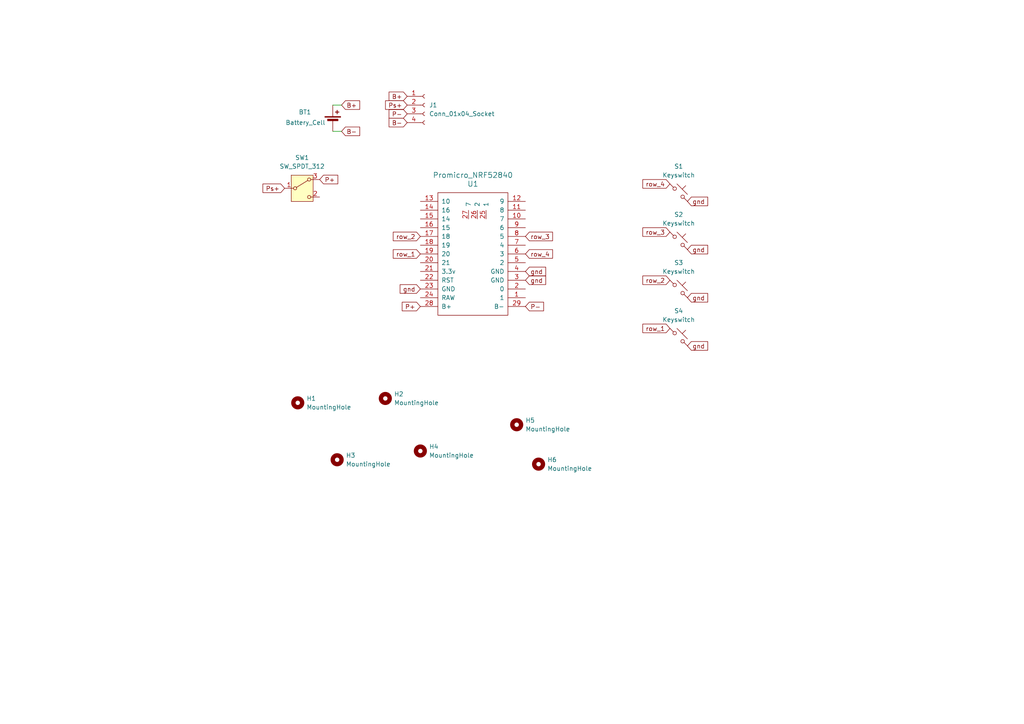
<source format=kicad_sch>
(kicad_sch (version 20250114) (generator "eeschema") (generator_version "9.0")
  (paper "A4")
  (lib_symbols
    (symbol "Connector:Conn_01x04_Socket" (pin_names (offset 1.016) (hide yes))
      (property "Reference" "J" (at 0 5.08 0))
      (property "Value" "Conn_01x04_Socket" (at 0 -7.62 0))
      (symbol "Conn_01x04_Socket_1_1"
        (polyline (pts (xy -1.27 2.54) (xy -0.508 2.54)) (stroke (width 0.1524)))
        (polyline (pts (xy -1.27 0) (xy -0.508 0)) (stroke (width 0.1524)))
        (polyline (pts (xy -1.27 -2.54) (xy -0.508 -2.54)) (stroke (width 0.1524)))
        (polyline (pts (xy -1.27 -5.08) (xy -0.508 -5.08)) (stroke (width 0.1524)))
        (arc (start 0 2.032) (mid -0.5058 2.54) (end 0 3.048) (stroke (width 0.1524)))
        (arc (start 0 -0.508) (mid -0.5058 0) (end 0 0.508) (stroke (width 0.1524)))
        (arc (start 0 -3.048) (mid -0.5058 -2.54) (end 0 -2.032) (stroke (width 0.1524)))
        (arc (start 0 -5.588) (mid -0.5058 -5.08) (end 0 -4.572) (stroke (width 0.1524)))
        (pin passive line (at -5.08 2.54 0) (length 3.81) (name "Pin_1") (number "1"))
        (pin passive line (at -5.08 0 0) (length 3.81) (name "Pin_2") (number "2"))
        (pin passive line (at -5.08 -2.54 0) (length 3.81) (name "Pin_3") (number "3"))
        (pin passive line (at -5.08 -5.08 0) (length 3.81) (name "Pin_4") (number "4"))
      )
    )
    (symbol "Device:Battery_Cell" (pin_numbers (hide yes)) (pin_names (offset 0) (hide yes))
      (property "Reference" "BT" (at 2.54 2.54 0))
      (property "Value" "Battery_Cell" (at 2.54 0 0))
      (symbol "Battery_Cell_0_1"
        (rectangle (start -2.286 1.778) (end 2.286 1.524) (fill (type outline)))
        (rectangle (start -1.524 1.016) (end 1.524 0.508) (fill (type outline)))
        (polyline (pts (xy 0 1.778) (xy 0 2.54)))
        (polyline (pts (xy 0 0.762) (xy 0 0)))
        (polyline (pts (xy 0.762 3.048) (xy 1.778 3.048)) (stroke (width 0.254)))
        (polyline (pts (xy 1.27 3.556) (xy 1.27 2.54)) (stroke (width 0.254)))
      )
      (symbol "Battery_Cell_1_1"
        (pin passive line (at 0 5.08 270) (length 2.54) (name "+") (number "1"))
        (pin passive line (at 0 -2.54 90) (length 2.54) (name "-") (number "2"))
      )
    )
    (symbol "Lander03xD:MCU_promicro_nrf52840" (pin_names (offset 1.016))
      (property "Reference" "U" (at 0 0 0))
      (property "Value" "Promicro_NRF52840" (at 0 -20.32 0))
      (symbol "MCU_promicro_nrf52840_0_1"
        (rectangle (start -10.16 17.78) (end 10.16 -17.78))
      )
      (symbol "MCU_promicro_nrf52840_1_1"
        (pin input line (at -15.24 15.24 0) (length 5.08) (name "B-") (number "29"))
        (pin input line (at -15.24 12.7 0) (length 5.08) (name "1") (number "1"))
        (pin input line (at -15.24 10.16 0) (length 5.08) (name "0") (number "2"))
        (pin input line (at -15.24 7.62 0) (length 5.08) (name "GND") (number "3"))
        (pin input line (at -15.24 5.08 0) (length 5.08) (name "GND") (number "4"))
        (pin input line (at -15.24 2.54 0) (length 5.08) (name "2") (number "5"))
        (pin input line (at -15.24 0 0) (length 5.08) (name "3") (number "6"))
        (pin input line (at -15.24 -2.54 0) (length 5.08) (name "4") (number "7"))
        (pin input line (at -15.24 -5.08 0) (length 5.08) (name "5") (number "8"))
        (pin input line (at -15.24 -7.62 0) (length 5.08) (name "6") (number "9"))
        (pin input line (at -15.24 -10.16 0) (length 5.08) (name "7") (number "10"))
        (pin input line (at -15.24 -12.7 0) (length 5.08) (name "8") (number "11"))
        (pin input line (at -15.24 -15.24 0) (length 5.08) (name "9") (number "12"))
        (pin input line (at -3.81 -10.16 270) (length 2.5) (name "1") (number "25"))
        (pin input line (at -1.27 -10.16 270) (length 2.5) (name "2") (number "26"))
        (pin input line (at 1.27 -10.16 270) (length 2.5) (name "7") (number "27"))
        (pin input line (at 15.24 15.24 180) (length 5.08) (name "B+") (number "28"))
        (pin input line (at 15.24 12.7 180) (length 5.08) (name "RAW") (number "24"))
        (pin input line (at 15.24 10.16 180) (length 5.08) (name "GND") (number "23"))
        (pin input line (at 15.24 7.62 180) (length 5.08) (name "RST") (number "22"))
        (pin input line (at 15.24 5.08 180) (length 5.08) (name "3.3v") (number "21"))
        (pin input line (at 15.24 2.54 180) (length 5.08) (name "21") (number "20"))
        (pin input line (at 15.24 0 180) (length 5.08) (name "20") (number "19"))
        (pin input line (at 15.24 -2.54 180) (length 5.08) (name "19") (number "18"))
        (pin input line (at 15.24 -5.08 180) (length 5.08) (name "18") (number "17"))
        (pin input line (at 15.24 -7.62 180) (length 5.08) (name "15") (number "16"))
        (pin input line (at 15.24 -10.16 180) (length 5.08) (name "14") (number "15"))
        (pin input line (at 15.24 -12.7 180) (length 5.08) (name "16") (number "14"))
        (pin input line (at 15.24 -15.24 180) (length 5.08) (name "10") (number "13"))
      )
    )
    (symbol "Mechanical:MountingHole" (pin_names (offset 1.016)) (in_bom no)
      (property "Reference" "H" (at 0 5.08 0))
      (property "Value" "MountingHole" (at 0 3.175 0))
      (symbol "MountingHole_0_1"
        (circle (center 0 0) (radius 1.27) (stroke (width 1.27)))
      )
    )
    (symbol "ScottoKeebs:Placeholder_Keyswitch" (pin_numbers (hide yes)) (pin_names (offset 1.016) (hide yes))
      (property "Reference" "S" (at 3.048 1.016 0))
      (property "Value" "Keyswitch" (at 0 -3.81 0))
      (symbol "Placeholder_Keyswitch_0_1"
        (polyline (pts (xy -2.54 2.54) (xy -1.524 1.524) (xy -1.524 1.524)))
        (circle (center -1.1684 1.1684) (radius 0.508))
        (polyline (pts (xy -0.508 2.54) (xy 2.54 -0.508)))
        (polyline (pts (xy 1.016 1.016) (xy 2.032 2.032)))
        (circle (center 1.143 -1.1938) (radius 0.508))
        (polyline (pts (xy 1.524 -1.524) (xy 2.54 -2.54) (xy 2.54 -2.54) (xy 2.54 -2.54)))
        (pin passive line (at -2.54 2.54 0) (length 0) (name "1") (number "1"))
        (pin passive line (at 2.54 -2.54 180) (length 0) (name "2") (number "2"))
      )
    )
    (symbol "Switch:SW_SPDT_312" (pin_names (offset 1) (hide yes))
      (property "Reference" "SW" (at 0 5.08 0))
      (property "Value" "SW_SPDT_312" (at 0 -5.08 0))
      (symbol "SW_SPDT_312_0_1"
        (circle (center -2.032 0) (radius 0.4572))
        (polyline (pts (xy -1.651 0.254) (xy 1.651 2.286)))
        (circle (center 2.032 2.54) (radius 0.4572))
        (circle (center 2.032 -2.54) (radius 0.4572))
      )
      (symbol "SW_SPDT_312_1_1"
        (rectangle (start -3.175 3.81) (end 3.175 -3.81) (fill (type background)))
        (pin passive line (at -5.08 0 0) (length 2.54) (name "B") (number "1"))
        (pin passive line (at 5.08 2.54 180) (length 2.54) (name "A") (number "3"))
        (pin passive line (at 5.08 -2.54 180) (length 2.54) (name "C") (number "2"))
      )
    )
  )
  (wire (pts (xy 99.06 30.48) (xy 96.52 30.48)))
  (wire (pts (xy 99.06 38.1) (xy 96.52 38.1)))
  (global_label "B-" (shape input) (at 118.11 35.56 180) (property "Intersheetrefs" "${INTERSHEET_REFS}" (effects (hide yes))))
  (global_label "row_1" (shape input) (at 194.31 95.25 180) (property "Intersheetrefs" "${INTERSHEET_REFS}" (effects (hide yes))))
  (global_label "row_4" (shape input) (at 194.31 53.34 180) (property "Intersheetrefs" "${INTERSHEET_REFS}" (effects (hide yes))))
  (global_label "gnd" (shape input) (at 199.39 100.33 0) (property "Intersheetrefs" "${INTERSHEET_REFS}" (effects (hide yes))))
  (global_label "gnd" (shape input) (at 199.39 58.42 0) (property "Intersheetrefs" "${INTERSHEET_REFS}" (effects (hide yes))))
  (global_label "B+" (shape input) (at 118.11 27.94 180) (property "Intersheetrefs" "${INTERSHEET_REFS}" (effects (hide yes))))
  (global_label "row_1" (shape input) (at 121.92 73.66 180) (property "Intersheetrefs" "${INTERSHEET_REFS}" (effects (hide yes))))
  (global_label "P+" (shape input) (at 92.71 52.07 0) (property "Intersheetrefs" "${INTERSHEET_REFS}" (effects (hide yes))))
  (global_label "row_4" (shape input) (at 152.4 73.66 0) (property "Intersheetrefs" "${INTERSHEET_REFS}" (effects (hide yes))))
  (global_label "gnd" (shape input) (at 199.39 86.36 0) (property "Intersheetrefs" "${INTERSHEET_REFS}" (effects (hide yes))))
  (global_label "Ps+" (shape input) (at 82.55 54.61 180) (property "Intersheetrefs" "${INTERSHEET_REFS}" (effects (hide yes))))
  (global_label "gnd" (shape input) (at 199.39 72.39 0) (property "Intersheetrefs" "${INTERSHEET_REFS}" (effects (hide yes))))
  (global_label "row_3" (shape input) (at 152.4 68.58 0) (property "Intersheetrefs" "${INTERSHEET_REFS}" (effects (hide yes))))
  (global_label "P-" (shape input) (at 118.11 33.02 180) (property "Intersheetrefs" "${INTERSHEET_REFS}" (effects (hide yes))))
  (global_label "B-" (shape input) (at 99.06 38.1 0) (property "Intersheetrefs" "${INTERSHEET_REFS}" (effects (hide yes))))
  (global_label "row_2" (shape input) (at 194.31 81.28 180) (property "Intersheetrefs" "${INTERSHEET_REFS}" (effects (hide yes))))
  (global_label "row_3" (shape input) (at 194.31 67.31 180) (property "Intersheetrefs" "${INTERSHEET_REFS}" (effects (hide yes))))
  (global_label "P+" (shape input) (at 121.92 88.9 180) (property "Intersheetrefs" "${INTERSHEET_REFS}" (effects (hide yes))))
  (global_label "B+" (shape input) (at 99.06 30.48 0) (property "Intersheetrefs" "${INTERSHEET_REFS}" (effects (hide yes))))
  (global_label "gnd" (shape input) (at 152.4 78.74 0) (property "Intersheetrefs" "${INTERSHEET_REFS}" (effects (hide yes))))
  (global_label "gnd" (shape input) (at 121.92 83.82 180) (property "Intersheetrefs" "${INTERSHEET_REFS}" (effects (hide yes))))
  (global_label "P-" (shape input) (at 152.4 88.9 0) (property "Intersheetrefs" "${INTERSHEET_REFS}" (effects (hide yes))))
  (global_label "row_2" (shape input) (at 121.92 68.58 180) (property "Intersheetrefs" "${INTERSHEET_REFS}" (effects (hide yes))))
  (global_label "gnd" (shape input) (at 152.4 81.28 0) (property "Intersheetrefs" "${INTERSHEET_REFS}" (effects (hide yes))))
  (global_label "Ps+" (shape input) (at 118.11 30.48 180) (property "Intersheetrefs" "${INTERSHEET_REFS}" (effects (hide yes))))
  (symbol (lib_id "Mechanical:MountingHole") (at 97.79 133.35 0) (unit 1) (in_bom no)
    (property "Reference" "H3" (at 100.33 132.0799 0) (effects (justify left)))
    (property "Value" "MountingHole" (at 100.33 134.6199 0) (effects (justify left)))
    (property "Footprint" "MountingHole:MountingHole_2.2mm_M2" (effects (hide yes)))
    (property "Description" "Mounting Hole without connection" (effects (hide yes)))
  )
  (symbol (lib_id "Mechanical:MountingHole") (at 156.21 134.62 0) (unit 1) (in_bom no)
    (property "Reference" "H6" (at 158.75 133.3499 0) (effects (justify left)))
    (property "Value" "MountingHole" (at 158.75 135.8899 0) (effects (justify left)))
    (property "Footprint" "MountingHole:MountingHole_2.2mm_M2" (effects (hide yes)))
    (property "Description" "Mounting Hole without connection" (effects (hide yes)))
  )
  (symbol (lib_id "Device:Battery_Cell") (at 96.52 35.56 0) (unit 1)
    (property "Reference" "BT1" (at 86.614 32.512 0) (effects (justify left)))
    (property "Value" "Battery_Cell" (at 82.804 35.56 0) (effects (justify left)))
    (property "Footprint" "Apiaster:BatteryHolder_CR2032_20mm" (effects (hide yes)))
    (property "Description" "Single-cell battery" (effects (hide yes)))
  )
  (symbol (lib_id "ScottoKeebs:Placeholder_Keyswitch") (at 196.85 55.88 0) (unit 1)
    (property "Reference" "S1" (at 196.85 48.26 0))
    (property "Value" "Keyswitch" (at 196.85 50.8 0))
    (property "Footprint" "lander03xD:Hotswap_MX_1.00u_reversible_18.5mm" (effects (hide yes)))
    (property "Description" "Push button switch, normally open, two pins, 45° tilted" (effects (hide yes)))
  )
  (symbol (lib_id "Connector:Conn_01x04_Socket") (at 123.19 30.48 0) (unit 1)
    (property "Reference" "J1" (at 124.46 30.4799 0) (effects (justify left)))
    (property "Value" "Conn_01x04_Socket" (at 124.46 33.0199 0) (effects (justify left)))
    (property "Footprint" "Apiaster:BMS 1S" (effects (hide yes)))
    (property "Description" "Generic connector, single row, 01x04, script generated" (effects (hide yes)))
  )
  (symbol (lib_id "ScottoKeebs:Placeholder_Keyswitch") (at 196.85 97.79 0) (unit 1)
    (property "Reference" "S4" (at 196.85 90.17 0))
    (property "Value" "Keyswitch" (at 196.85 92.71 0))
    (property "Footprint" "lander03xD:Hotswap_MX_1.00u_reversible_18.5mm" (effects (hide yes)))
    (property "Description" "Push button switch, normally open, two pins, 45° tilted" (effects (hide yes)))
  )
  (symbol (lib_id "ScottoKeebs:Placeholder_Keyswitch") (at 196.85 83.82 0) (unit 1)
    (property "Reference" "S3" (at 196.85 76.2 0))
    (property "Value" "Keyswitch" (at 196.85 78.74 0))
    (property "Footprint" "lander03xD:Hotswap_MX_1.00u_reversible_18.5mm" (effects (hide yes)))
    (property "Description" "Push button switch, normally open, two pins, 45° tilted" (effects (hide yes)))
  )
  (symbol (lib_id "Mechanical:MountingHole") (at 86.36 116.84 0) (unit 1) (in_bom no)
    (property "Reference" "H1" (at 88.9 115.5699 0) (effects (justify left)))
    (property "Value" "MountingHole" (at 88.9 118.1099 0) (effects (justify left)))
    (property "Footprint" "MountingHole:MountingHole_2.2mm_M2" (effects (hide yes)))
    (property "Description" "Mounting Hole without connection" (effects (hide yes)))
  )
  (symbol (lib_id "Mechanical:MountingHole") (at 121.92 130.81 0) (unit 1) (in_bom no)
    (property "Reference" "H4" (at 124.46 129.5399 0) (effects (justify left)))
    (property "Value" "MountingHole" (at 124.46 132.0799 0) (effects (justify left)))
    (property "Footprint" "MountingHole:MountingHole_2.2mm_M2" (effects (hide yes)))
    (property "Description" "Mounting Hole without connection" (effects (hide yes)))
  )
  (symbol (lib_id "Mechanical:MountingHole") (at 111.76 115.57 0) (unit 1) (in_bom no)
    (property "Reference" "H2" (at 114.3 114.2999 0) (effects (justify left)))
    (property "Value" "MountingHole" (at 114.3 116.8399 0) (effects (justify left)))
    (property "Footprint" "MountingHole:MountingHole_2.2mm_M2" (effects (hide yes)))
    (property "Description" "Mounting Hole without connection" (effects (hide yes)))
  )
  (symbol (lib_id "Lander03xD:MCU_promicro_nrf52840") (at 137.16 73.66 180) (unit 1)
    (property "Reference" "U1" (at 137.16 53.34 0) (effects (font (size 1.524 1.524))))
    (property "Value" "Promicro_NRF52840" (at 137.16 50.8 0) (effects (font (size 1.524 1.524))))
    (property "Footprint" "lander03xD:Promicro_nrf52840" (effects (hide yes)))
  )
  (symbol (lib_id "Mechanical:MountingHole") (at 149.86 123.19 0) (unit 1) (in_bom no)
    (property "Reference" "H5" (at 152.4 121.9199 0) (effects (justify left)))
    (property "Value" "MountingHole" (at 152.4 124.4599 0) (effects (justify left)))
    (property "Footprint" "MountingHole:MountingHole_2.2mm_M2" (effects (hide yes)))
    (property "Description" "Mounting Hole without connection" (effects (hide yes)))
  )
  (symbol (lib_id "ScottoKeebs:Placeholder_Keyswitch") (at 196.85 69.85 0) (unit 1)
    (property "Reference" "S2" (at 196.85 62.23 0))
    (property "Value" "Keyswitch" (at 196.85 64.77 0))
    (property "Footprint" "lander03xD:Hotswap_MX_1.00u_reversible_18.5mm" (effects (hide yes)))
    (property "Description" "Push button switch, normally open, two pins, 45° tilted" (effects (hide yes)))
  )
  (symbol (lib_id "Switch:SW_SPDT_312") (at 87.63 54.61 0) (unit 1)
    (property "Reference" "SW1" (at 87.63 45.72 0))
    (property "Value" "SW_SPDT_312" (at 87.63 48.26 0))
    (property "Footprint" "lander03xD:powerswitch_SK12D07VG" (effects (hide yes)))
    (property "Description" "Switch, single pole double throw" (effects (hide yes)))
  )
)
</source>
